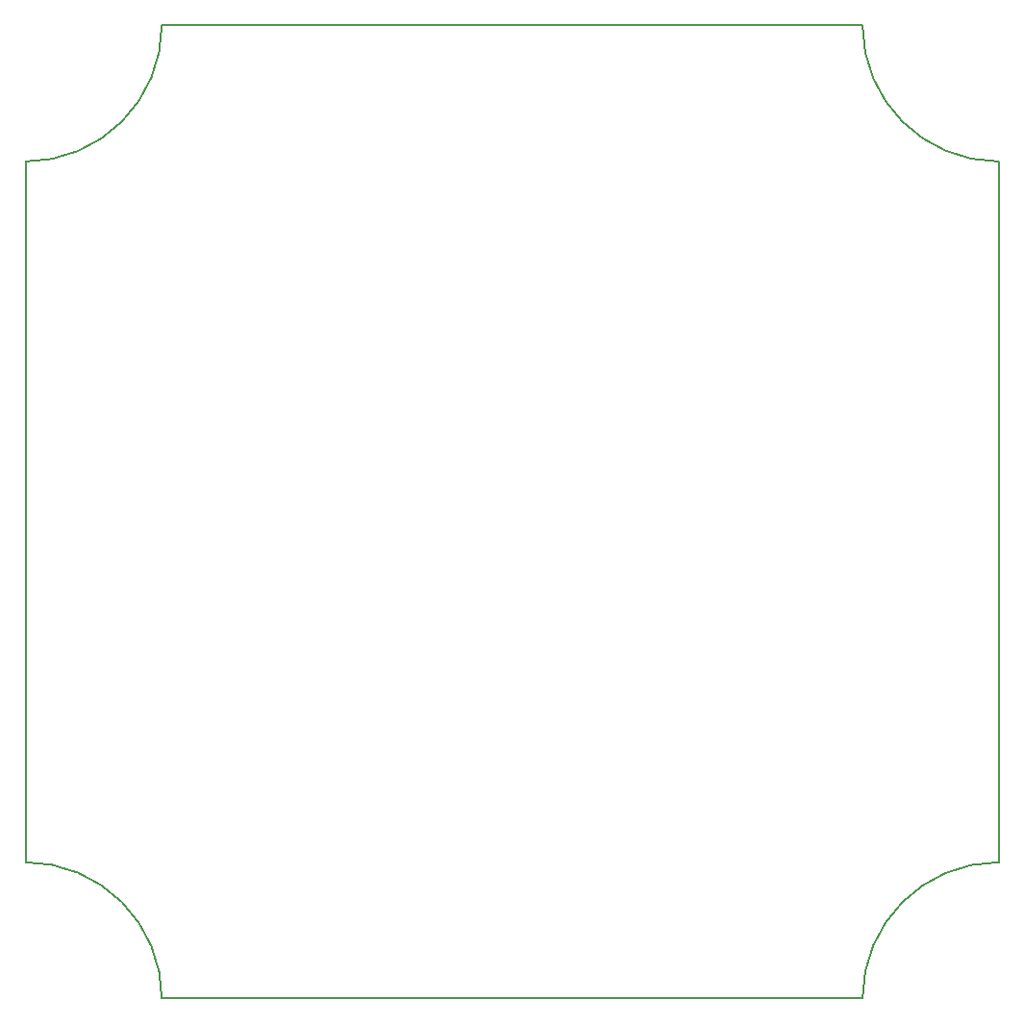
<source format=gbr>
%TF.GenerationSoftware,KiCad,Pcbnew,7.0.6*%
%TF.CreationDate,2023-08-07T22:53:29+02:00*%
%TF.ProjectId,attiny85_time_switch,61747469-6e79-4383-955f-74696d655f73,1.0*%
%TF.SameCoordinates,Original*%
%TF.FileFunction,Profile,NP*%
%FSLAX46Y46*%
G04 Gerber Fmt 4.6, Leading zero omitted, Abs format (unit mm)*
G04 Created by KiCad (PCBNEW 7.0.6) date 2023-08-07 22:53:29*
%MOMM*%
%LPD*%
G01*
G04 APERTURE LIST*
%TA.AperFunction,Profile*%
%ADD10C,0.200000*%
%TD*%
G04 APERTURE END LIST*
D10*
%TO.C,Case1*%
X108700000Y-122100000D02*
X108700000Y-60400000D01*
X120700000Y-48400000D02*
X182400000Y-48400000D01*
X182400000Y-134100000D02*
X120700000Y-134100000D01*
X194400000Y-60400000D02*
X194400000Y-122100000D01*
X120700000Y-134100000D02*
G75*
G03*
X108700000Y-122100000I-11999994J6D01*
G01*
X108700000Y-60400000D02*
G75*
G03*
X120700000Y-48400000I6J11999994D01*
G01*
X194400000Y-122100000D02*
G75*
G03*
X182400000Y-134100000I0J-12000000D01*
G01*
X182400000Y-48400000D02*
G75*
G03*
X194400000Y-60400000I12000000J0D01*
G01*
%TD*%
M02*

</source>
